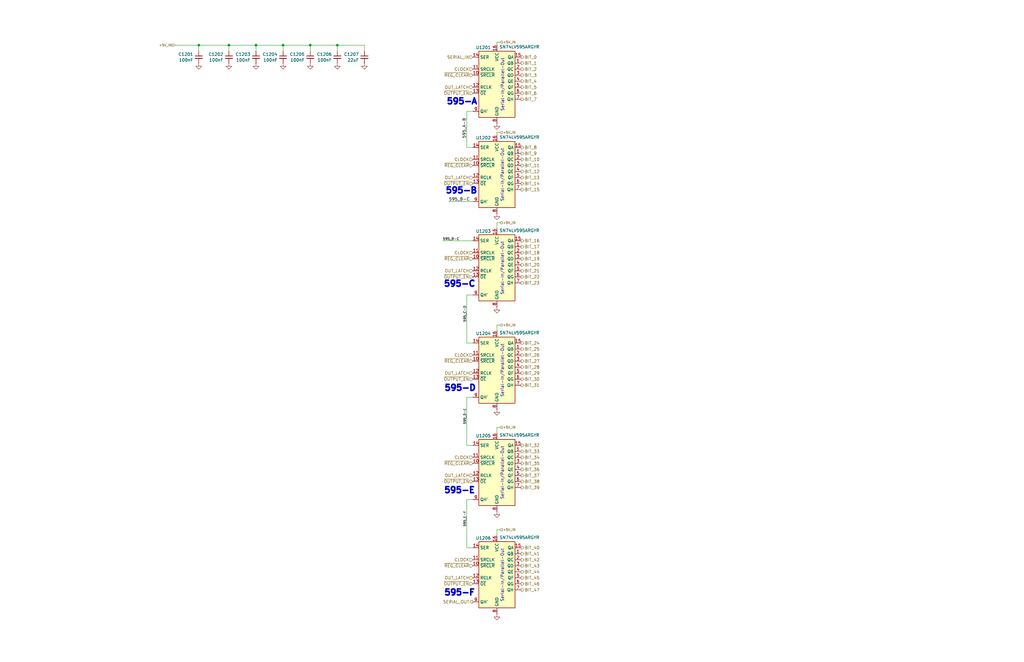
<source format=kicad_sch>
(kicad_sch (version 20250114) (generator "eeschema") (generator_version "9.0")
  (paper "B")
  (title_block (title "Kenwood Handset Switcher - SIPOs") (date "2025-07-11") (rev "A") (company "Thomas Francois - KX∅STL"))
  (lib_symbols
    (symbol "74HC595_1"
      (property "Reference" "U110" (at -1.27 16.51 0))
      (property "Value" "SN74LV595ARGYR" (at -1.27 14.0857 0))
      (symbol "74HC595_1_1_0"
        (pin input line (at -10.16 10.16 0) (length 2.54) (name "SER") (number "14"))
        (pin input line (at -10.16 5.08 0) (length 2.54) (name "SRCLK") (number "11"))
        (pin input line (at -10.16 2.54 0) (length 2.54) (name "~{SRCLR}") (number "10"))
        (pin input line (at -10.16 -2.54 0) (length 2.54) (name "RCLK") (number "12"))
        (pin input line (at -10.16 -5.08 0) (length 2.54) (name "~{OE}") (number "13"))
        (pin output line (at -10.16 -12.7 0) (length 2.54) (name "QH'") (number "9"))
        (pin power_in line (at 0 15.24 270) (length 2.54) (name "VCC") (number "16"))
        (pin power_in line (at 0 -17.78 90) (length 2.54) (name "GND") (number "8"))
        (pin tri_state line (at 10.16 10.16 180) (length 2.54) (name "QA") (number "15"))
        (pin tri_state line (at 10.16 7.62 180) (length 2.54) (name "QB") (number "1"))
        (pin tri_state line (at 10.16 5.08 180) (length 2.54) (name "QC") (number "2"))
        (pin tri_state line (at 10.16 2.54 180) (length 2.54) (name "QD") (number "3"))
        (pin tri_state line (at 10.16 0 180) (length 2.54) (name "QE") (number "4"))
        (pin tri_state line (at 10.16 -2.54 180) (length 2.54) (name "QF") (number "5"))
        (pin tri_state line (at 10.16 -5.08 180) (length 2.54) (name "QG") (number "6"))
        (pin tri_state line (at 10.16 -7.62 180) (length 2.54) (name "QH") (number "7"))
      )
      (symbol "74HC595_1_1_1"
        (rectangle (start -7.62 12.7) (end 7.62 -15.24) (stroke (width 0.254)) (fill (type background)))
      )
    )
    (symbol "Device:C_Small" (pin_numbers (hide yes)) (pin_names (offset 0.254) (hide yes))
      (property "Reference" "C" (at 0.254 1.778 0))
      (property "Value" "C_Small" (at 0.254 -2.032 0))
      (symbol "C_Small_0_1"
        (polyline (pts (xy -1.524 0.508) (xy 1.524 0.508)) (stroke (width 0.3048)))
        (polyline (pts (xy -1.524 -0.508) (xy 1.524 -0.508)) (stroke (width 0.3302)))
      )
      (symbol "C_Small_1_1"
        (pin passive line (at 0 2.54 270) (length 2.032) (name "~") (number "1"))
        (pin passive line (at 0 -2.54 90) (length 2.032) (name "~") (number "2"))
      )
    )
    (symbol "power:GND" (power) (pin_numbers (hide yes)) (pin_names (offset 0) (hide yes))
      (property "Value" "GND" (at 0 -3.81 0))
      (symbol "GND_0_1"
        (polyline (pts (xy 0 0) (xy 0 -1.27) (xy 1.27 -1.27) (xy 0 -2.54) (xy -1.27 -1.27) (xy 0 -1.27)))
      )
      (symbol "GND_1_1"
        (pin power_in line (at 0 0 270) (length 0) (name "~") (number "1"))
      )
    )
  )
  (text "595-F" (at 193.802 250.19 0) (effects (font (size 2.54 2.54) (thickness 1.016) (bold yes))))
  (text "595-D" (at 194.056 163.83 0) (effects (font (size 2.54 2.54) (thickness 1.016) (bold yes))))
  (text "595-E" (at 193.802 207.01 0) (effects (font (size 2.54 2.54) (thickness 1.016) (bold yes))))
  (text "Serial-In/Parallel-Out" (at 211.836 113.284 90) (effects (font (size 1.27 1.27))))
  (text "595-B" (at 194.564 80.518 0) (effects (font (size 2.54 2.54) (thickness 1.016) (bold yes))))
  (text "595-A" (at 194.818 42.926 0) (effects (font (size 2.54 2.54) (thickness 1.016) (bold yes))))
  (text "Serial-In/Parallel-Out" (at 211.836 199.644 90) (effects (font (size 1.27 1.27))))
  (text "Serial-In/Parallel-Out" (at 211.836 242.824 90) (effects (font (size 1.27 1.27))))
  (text "Serial-In/Parallel-Out" (at 211.836 156.464 90) (effects (font (size 1.27 1.27))))
  (text "Serial-In/Parallel-Out" (at 211.836 73.914 90) (effects (font (size 1.27 1.27))))
  (text "595-C" (at 193.802 119.888 0) (effects (font (size 2.54 2.54) (thickness 1.016) (bold yes))))
  (text "Serial-In/Parallel-Out" (at 211.9383 35.814 90) (effects (font (size 1.27 1.27))))
  (junction (at 83.82 19.05))
  (junction (at 107.95 19.05))
  (junction (at 130.81 19.05))
  (junction (at 142.24 19.05))
  (junction (at 96.52 19.05))
  (junction (at 119.38 19.05))
  (wire (pts (xy 130.81 19.05) (xy 130.81 21.59)))
  (wire (pts (xy 83.82 21.59) (xy 83.82 19.05)))
  (wire (pts (xy 199.39 85.09) (xy 189.23 85.09)))
  (wire (pts (xy 196.85 231.14) (xy 199.39 231.14)))
  (wire (pts (xy 209.55 223.52) (xy 209.55 226.06)))
  (wire (pts (xy 209.55 137.16) (xy 210.82 137.16)))
  (wire (pts (xy 73.66 19.05) (xy 83.82 19.05)))
  (wire (pts (xy 199.39 101.6) (xy 186.69 101.6)))
  (wire (pts (xy 196.85 124.46) (xy 196.85 144.78)))
  (wire (pts (xy 209.55 17.78) (xy 210.82 17.78)))
  (wire (pts (xy 209.55 93.98) (xy 209.55 96.52)))
  (wire (pts (xy 199.39 124.46) (xy 196.85 124.46)))
  (wire (pts (xy 196.85 210.82) (xy 196.85 231.14)))
  (wire (pts (xy 130.81 19.05) (xy 142.24 19.05)))
  (wire (pts (xy 209.55 17.78) (xy 209.55 19.05)))
  (wire (pts (xy 119.38 21.59) (xy 119.38 19.05)))
  (wire (pts (xy 199.39 62.23) (xy 196.85 62.23)))
  (wire (pts (xy 199.39 210.82) (xy 196.85 210.82)))
  (wire (pts (xy 196.85 46.99) (xy 199.39 46.99)))
  (wire (pts (xy 96.52 19.05) (xy 96.52 21.59)))
  (wire (pts (xy 107.95 19.05) (xy 107.95 21.59)))
  (wire (pts (xy 196.85 167.64) (xy 196.85 187.96)))
  (wire (pts (xy 209.55 180.34) (xy 209.55 182.88)))
  (wire (pts (xy 196.85 62.23) (xy 196.85 46.99)))
  (wire (pts (xy 96.52 19.05) (xy 107.95 19.05)))
  (wire (pts (xy 209.55 137.16) (xy 209.55 139.7)))
  (wire (pts (xy 142.24 19.05) (xy 142.24 21.59)))
  (wire (pts (xy 142.24 19.05) (xy 153.67 19.05)))
  (wire (pts (xy 210.82 223.52) (xy 209.55 223.52)))
  (wire (pts (xy 210.82 93.98) (xy 209.55 93.98)))
  (wire (pts (xy 199.39 167.64) (xy 196.85 167.64)))
  (wire (pts (xy 107.95 19.05) (xy 119.38 19.05)))
  (wire (pts (xy 83.82 19.05) (xy 96.52 19.05)))
  (wire (pts (xy 210.82 180.34) (xy 209.55 180.34)))
  (wire (pts (xy 196.85 187.96) (xy 199.39 187.96)))
  (wire (pts (xy 196.85 144.78) (xy 199.39 144.78)))
  (wire (pts (xy 119.38 19.05) (xy 130.81 19.05)))
  (wire (pts (xy 210.82 55.88) (xy 209.55 55.88)))
  (wire (pts (xy 153.67 19.05) (xy 153.67 21.59)))
  (wire (pts (xy 209.55 55.88) (xy 209.55 57.15)))
  (label "595_D-E" (at 196.85 179.07 90) (effects (font (size 0.9906 0.9906))))
  (label "595_E-F" (at 196.85 222.25 90) (effects (font (size 0.9906 0.9906))))
  (label "595_A-B" (at 196.85 58.42 90))
  (label "595_C-D" (at 196.85 135.89 90) (effects (font (size 0.9906 0.9906))))
  (label "595_B-C" (at 189.23 85.09 0))
  (label "595_B-C" (at 186.69 101.6 0) (effects (font (size 0.9906 0.9906))))
  (hierarchical_label "~{REG_CLEAR}" (shape input) (at 199.39 152.4 180))
  (hierarchical_label "+5V_IN" (shape input) (at 210.82 223.52 0) (effects (font (size 1 1))))
  (hierarchical_label "BIT_36" (shape output) (at 219.71 198.12 0))
  (hierarchical_label "BIT_32" (shape output) (at 219.71 187.96 0))
  (hierarchical_label "BIT_24" (shape output) (at 219.71 144.78 0))
  (hierarchical_label "BIT_25" (shape output) (at 219.71 147.32 0))
  (hierarchical_label "BIT_21" (shape output) (at 219.71 114.3 0))
  (hierarchical_label "BIT_38" (shape output) (at 219.71 203.2 0))
  (hierarchical_label "~{REG_CLEAR}" (shape input) (at 199.39 109.22 180))
  (hierarchical_label "BIT_39" (shape output) (at 219.71 205.74 0))
  (hierarchical_label "~{OUTPUT_EN}" (shape input) (at 199.39 116.84 180))
  (hierarchical_label "CLOCK" (shape input) (at 199.39 149.86 180))
  (hierarchical_label "BIT_17" (shape output) (at 219.71 104.14 0))
  (hierarchical_label "BIT_43" (shape output) (at 219.71 238.76 0))
  (hierarchical_label "~{REG_CLEAR}" (shape input) (at 199.39 69.85 180))
  (hierarchical_label "BIT_37" (shape output) (at 219.71 200.66 0))
  (hierarchical_label "BIT_0" (shape output) (at 219.71 24.13 0))
  (hierarchical_label "BIT_27" (shape output) (at 219.71 152.4 0))
  (hierarchical_label "~{OUTPUT_EN}" (shape input) (at 199.39 160.02 180))
  (hierarchical_label "BIT_20" (shape output) (at 219.71 111.76 0))
  (hierarchical_label "BIT_8" (shape output) (at 219.71 62.23 0))
  (hierarchical_label "BIT_2" (shape output) (at 219.71 29.21 0))
  (hierarchical_label "+5V_IN" (shape input) (at 210.82 180.34 0) (effects (font (size 1 1))))
  (hierarchical_label "+5V_IN" (shape input) (at 73.66 19.05 180) (effects (font (size 1 1))))
  (hierarchical_label "BIT_18" (shape output) (at 219.71 106.68 0))
  (hierarchical_label "OUT_LATCH" (shape input) (at 199.39 157.48 180))
  (hierarchical_label "CLOCK" (shape input) (at 199.39 29.21 180))
  (hierarchical_label "BIT_28" (shape output) (at 219.71 154.94 0))
  (hierarchical_label "BIT_13" (shape output) (at 219.71 74.93 0))
  (hierarchical_label "~{OUTPUT_EN}" (shape input) (at 199.39 39.37 180))
  (hierarchical_label "CLOCK" (shape input) (at 199.39 67.31 180))
  (hierarchical_label "SERIAL_IN" (shape input) (at 199.39 24.13 180))
  (hierarchical_label "+5V_IN" (shape input) (at 210.82 55.88 0) (effects (font (size 1 1))))
  (hierarchical_label "BIT_42" (shape output) (at 219.71 236.22 0))
  (hierarchical_label "BIT_23" (shape output) (at 219.71 119.38 0))
  (hierarchical_label "BIT_45" (shape output) (at 219.71 243.84 0))
  (hierarchical_label "+5V_IN" (shape input) (at 210.82 137.16 0) (effects (font (size 1 1))))
  (hierarchical_label "BIT_35" (shape output) (at 219.71 195.58 0))
  (hierarchical_label "+5V_IN" (shape input) (at 210.82 17.78 0) (effects (font (size 1 1))))
  (hierarchical_label "BIT_44" (shape output) (at 219.71 241.3 0))
  (hierarchical_label "OUT_LATCH" (shape input) (at 199.39 200.66 180))
  (hierarchical_label "BIT_3" (shape output) (at 219.71 31.75 0))
  (hierarchical_label "BIT_7" (shape output) (at 219.71 41.91 0))
  (hierarchical_label "CLOCK" (shape input) (at 199.39 236.22 180))
  (hierarchical_label "OUT_LATCH" (shape input) (at 199.39 243.84 180))
  (hierarchical_label "BIT_16" (shape output) (at 219.71 101.6 0))
  (hierarchical_label "BIT_47" (shape output) (at 219.71 248.92 0))
  (hierarchical_label "SERIAL_OUT" (shape output) (at 199.39 254 180))
  (hierarchical_label "BIT_5" (shape output) (at 219.71 36.83 0))
  (hierarchical_label "~{REG_CLEAR}" (shape input) (at 199.39 238.76 180))
  (hierarchical_label "BIT_40" (shape output) (at 219.71 231.14 0))
  (hierarchical_label "BIT_26" (shape output) (at 219.71 149.86 0))
  (hierarchical_label "+5V_IN" (shape input) (at 210.82 93.98 0) (effects (font (size 1 1))))
  (hierarchical_label "BIT_11" (shape output) (at 219.71 69.85 0))
  (hierarchical_label "CLOCK" (shape input) (at 199.39 193.04 180))
  (hierarchical_label "BIT_30" (shape output) (at 219.71 160.02 0))
  (hierarchical_label "BIT_22" (shape output) (at 219.71 116.84 0))
  (hierarchical_label "BIT_10" (shape output) (at 219.71 67.31 0))
  (hierarchical_label "OUT_LATCH" (shape input) (at 199.39 114.3 180))
  (hierarchical_label "BIT_6" (shape output) (at 219.71 39.37 0))
  (hierarchical_label "~{REG_CLEAR}" (shape input) (at 199.39 31.75 180))
  (hierarchical_label "BIT_34" (shape output) (at 219.71 193.04 0))
  (hierarchical_label "BIT_12" (shape output) (at 219.71 72.39 0))
  (hierarchical_label "BIT_31" (shape output) (at 219.71 162.56 0))
  (hierarchical_label "OUT_LATCH" (shape input) (at 199.39 36.83 180))
  (hierarchical_label "~{REG_CLEAR}" (shape input) (at 199.39 195.58 180))
  (hierarchical_label "BIT_15" (shape output) (at 219.71 80.01 0))
  (hierarchical_label "BIT_14" (shape output) (at 219.71 77.47 0))
  (hierarchical_label "~{OUTPUT_EN}" (shape input) (at 199.39 203.2 180))
  (hierarchical_label "OUT_LATCH" (shape input) (at 199.39 74.93 180))
  (hierarchical_label "BIT_46" (shape output) (at 219.71 246.38 0))
  (hierarchical_label "CLOCK" (shape input) (at 199.39 106.68 180))
  (hierarchical_label "BIT_33" (shape output) (at 219.71 190.5 0))
  (hierarchical_label "BIT_4" (shape output) (at 219.71 34.29 0))
  (hierarchical_label "~{OUTPUT_EN}" (shape input) (at 199.39 77.47 180))
  (hierarchical_label "BIT_1" (shape output) (at 219.71 26.67 0))
  (hierarchical_label "~{OUTPUT_EN}" (shape input) (at 199.39 246.38 180))
  (hierarchical_label "BIT_41" (shape output) (at 219.71 233.68 0))
  (hierarchical_label "BIT_29" (shape output) (at 219.71 157.48 0))
  (hierarchical_label "BIT_19" (shape output) (at 219.71 109.22 0))
  (hierarchical_label "BIT_9" (shape output) (at 219.71 64.77 0))
  (symbol (lib_id "Device:C_Small") (at 130.81 24.13 0) (mirror y) (unit 1)
    (property "Reference" "C1205" (at 128.4859 22.9241 0) (effects (justify left)))
    (property "Value" "100nF" (at 128.4859 25.3484 0) (effects (justify left)))
    (property "Footprint" "Capacitor_SMD:C_0402_1005Metric" (effects (hide yes)))
    (property "Description" "Unpolarized capacitor, small symbol" (effects (hide yes)))
  )
  (symbol (lib_id "power:GND") (at 107.95 26.67 0) (mirror y) (unit 1)
    (property "Reference" "#PWR01203" (effects (hide yes)))
    (property "Value" "GND" (effects (hide yes)))
    (property "Description" "Power symbol creates a global label with name \"GND\" , ground" (effects (hide yes)))
  )
  (symbol (lib_id "power:GND") (at 209.55 259.08 0) (unit 1)
    (property "Reference" "#PWR01213" (effects (hide yes)))
    (property "Value" "GND" (effects (hide yes)))
    (property "Description" "Power symbol creates a global label with name \"GND\" , ground" (effects (hide yes)))
  )
  (symbol (lib_id "power:GND") (at 209.55 52.07 0) (unit 1)
    (property "Reference" "#PWR01208" (effects (hide yes)))
    (property "Value" "GND" (effects (hide yes)))
    (property "Description" "Power symbol creates a global label with name \"GND\" , ground" (effects (hide yes)))
  )
  (symbol (lib_id "Device:C_Small") (at 107.95 24.13 0) (mirror y) (unit 1)
    (property "Reference" "C1203" (at 105.6259 22.9241 0) (effects (justify left)))
    (property "Value" "100nF" (at 105.6259 25.3484 0) (effects (justify left)))
    (property "Footprint" "Capacitor_SMD:C_0402_1005Metric" (effects (hide yes)))
    (property "Description" "Unpolarized capacitor, small symbol" (effects (hide yes)))
  )
  (symbol (lib_id "power:GND") (at 96.52 26.67 0) (mirror y) (unit 1)
    (property "Reference" "#PWR01202" (effects (hide yes)))
    (property "Value" "GND" (effects (hide yes)))
    (property "Description" "Power symbol creates a global label with name \"GND\" , ground" (effects (hide yes)))
  )
  (symbol (lib_id "power:GND") (at 142.24 26.67 0) (mirror y) (unit 1)
    (property "Reference" "#PWR01206" (effects (hide yes)))
    (property "Value" "GND" (effects (hide yes)))
    (property "Description" "Power symbol creates a global label with name \"GND\" , ground" (effects (hide yes)))
  )
  (symbol (lib_id "power:GND") (at 153.67 26.67 0) (unit 1)
    (property "Reference" "#PWR01207" (effects (hide yes)))
    (property "Value" "GND" (effects (hide yes)))
    (property "Description" "Power symbol creates a global label with name \"GND\" , ground" (effects (hide yes)))
  )
  (symbol (lib_id "power:GND") (at 209.55 129.54 0) (unit 1)
    (property "Reference" "#PWR01210" (effects (hide yes)))
    (property "Value" "GND" (effects (hide yes)))
    (property "Description" "Power symbol creates a global label with name \"GND\" , ground" (effects (hide yes)))
  )
  (symbol (lib_id "power:GND") (at 209.55 90.17 0) (unit 1)
    (property "Reference" "#PWR01209" (effects (hide yes)))
    (property "Value" "GND" (effects (hide yes)))
    (property "Description" "Power symbol creates a global label with name \"GND\" , ground" (effects (hide yes)))
  )
  (symbol (lib_id "Device:C_Small") (at 119.38 24.13 0) (mirror y) (unit 1)
    (property "Reference" "C1204" (at 117.0559 22.9241 0) (effects (justify left)))
    (property "Value" "100nF" (at 117.0559 25.3484 0) (effects (justify left)))
    (property "Footprint" "Capacitor_SMD:C_0402_1005Metric" (effects (hide yes)))
    (property "Description" "Unpolarized capacitor, small symbol" (effects (hide yes)))
  )
  (symbol (lib_id "Device:C_Small") (at 142.24 24.13 0) (mirror y) (unit 1)
    (property "Reference" "C1206" (at 139.9159 22.9241 0) (effects (justify left)))
    (property "Value" "100nF" (at 139.9159 25.3484 0) (effects (justify left)))
    (property "Footprint" "Capacitor_SMD:C_0402_1005Metric" (effects (hide yes)))
    (property "Description" "Unpolarized capacitor, small symbol" (effects (hide yes)))
  )
  (symbol (lib_name "74HC595_1") (lib_id "74xx:74HC595") (at 209.55 154.94 0) (unit 1)
    (property "Reference" "U1204" (at 207.01 140.716 0) (effects (justify right)))
    (property "Value" "SN74LV595ARGYR" (at 210.566 140.462 0) (effects (justify left)))
    (property "Footprint" "Libraries:RGY16_2P55X2P05" (effects (hide yes)))
    (property "Datasheet" "https://www.ti.com/lit/ds/symlink/sn74hc595.pdf" (effects (hide yes)))
    (property "Description" "8-bit serial in/out Shift Register 3-State Outputs" (effects (hide yes)))
    (property "DigiKey" "https://www.digikey.com/en/products/detail/texas-instruments/SN74LV595ARGYR/521526" (effects (hide yes)))
  )
  (symbol (lib_name "74HC595_1") (lib_id "74xx:74HC595") (at 209.55 241.3 0) (unit 1)
    (property "Reference" "U1206" (at 207.01 227.076 0) (effects (justify right)))
    (property "Value" "SN74LV595ARGYR" (at 210.566 226.822 0) (effects (justify left)))
    (property "Footprint" "Libraries:RGY16_2P55X2P05" (effects (hide yes)))
    (property "Datasheet" "https://www.ti.com/lit/ds/symlink/sn74hc595.pdf" (effects (hide yes)))
    (property "Description" "8-bit serial in/out Shift Register 3-State Outputs" (effects (hide yes)))
    (property "DigiKey" "https://www.digikey.com/en/products/detail/texas-instruments/SN74LV595ARGYR/521526" (effects (hide yes)))
  )
  (symbol (lib_name "74HC595_1") (lib_id "74xx:74HC595") (at 209.55 72.39 0) (unit 1)
    (property "Reference" "U1202" (at 207.01 58.166 0) (effects (justify right)))
    (property "Value" "SN74LV595ARGYR" (at 210.566 57.912 0) (effects (justify left)))
    (property "Footprint" "Libraries:RGY16_2P55X2P05" (effects (hide yes)))
    (property "Datasheet" "https://www.ti.com/lit/ds/symlink/sn74hc595.pdf" (effects (hide yes)))
    (property "Description" "8-bit serial in/out Shift Register 3-State Outputs" (effects (hide yes)))
    (property "DigiKey" "https://www.digikey.com/en/products/detail/texas-instruments/SN74LV595ARGYR/521526" (effects (hide yes)))
  )
  (symbol (lib_id "power:GND") (at 209.55 215.9 0) (unit 1)
    (property "Reference" "#PWR01212" (effects (hide yes)))
    (property "Value" "GND" (effects (hide yes)))
    (property "Description" "Power symbol creates a global label with name \"GND\" , ground" (effects (hide yes)))
  )
  (symbol (lib_id "power:GND") (at 83.82 26.67 0) (mirror y) (unit 1)
    (property "Reference" "#PWR01201" (effects (hide yes)))
    (property "Value" "GND" (effects (hide yes)))
    (property "Description" "Power symbol creates a global label with name \"GND\" , ground" (effects (hide yes)))
  )
  (symbol (lib_name "74HC595_1") (lib_id "74xx:74HC595") (at 209.55 34.29 0) (unit 1)
    (property "Reference" "U1201" (at 207.01 20.066 0) (effects (justify right)))
    (property "Value" "SN74LV595ARGYR" (at 210.566 19.812 0) (effects (justify left)))
    (property "Footprint" "Libraries:RGY16_2P55X2P05" (effects (hide yes)))
    (property "Datasheet" "https://www.ti.com/lit/ds/symlink/sn74hc595.pdf" (effects (hide yes)))
    (property "Description" "8-bit serial in/out Shift Register 3-State Outputs" (effects (hide yes)))
    (property "DigiKey" "https://www.digikey.com/en/products/detail/texas-instruments/SN74LV595ARGYR/521526" (effects (hide yes)))
  )
  (symbol (lib_name "74HC595_1") (lib_id "74xx:74HC595") (at 209.55 198.12 0) (unit 1)
    (property "Reference" "U1205" (at 207.01 183.896 0) (effects (justify right)))
    (property "Value" "SN74LV595ARGYR" (at 210.566 183.642 0) (effects (justify left)))
    (property "Footprint" "Libraries:RGY16_2P55X2P05" (effects (hide yes)))
    (property "Datasheet" "https://www.ti.com/lit/ds/symlink/sn74hc595.pdf" (effects (hide yes)))
    (property "Description" "8-bit serial in/out Shift Register 3-State Outputs" (effects (hide yes)))
    (property "DigiKey" "https://www.digikey.com/en/products/detail/texas-instruments/SN74LV595ARGYR/521526" (effects (hide yes)))
  )
  (symbol (lib_id "Device:C_Small") (at 83.82 24.13 0) (mirror y) (unit 1)
    (property "Reference" "C1201" (at 81.4959 22.9241 0) (effects (justify left)))
    (property "Value" "100nF" (at 81.4959 25.3484 0) (effects (justify left)))
    (property "Footprint" "Capacitor_SMD:C_0402_1005Metric" (effects (hide yes)))
    (property "Description" "Unpolarized capacitor, small symbol" (effects (hide yes)))
  )
  (symbol (lib_id "power:GND") (at 130.81 26.67 0) (mirror y) (unit 1)
    (property "Reference" "#PWR01205" (effects (hide yes)))
    (property "Value" "GND" (effects (hide yes)))
    (property "Description" "Power symbol creates a global label with name \"GND\" , ground" (effects (hide yes)))
  )
  (symbol (lib_name "74HC595_1") (lib_id "74xx:74HC595") (at 209.55 111.76 0) (unit 1)
    (property "Reference" "U1203" (at 207.01 97.536 0) (effects (justify right)))
    (property "Value" "SN74LV595ARGYR" (at 210.566 97.282 0) (effects (justify left)))
    (property "Footprint" "Libraries:RGY16_2P55X2P05" (effects (hide yes)))
    (property "Datasheet" "https://www.ti.com/lit/ds/symlink/sn74hc595.pdf" (effects (hide yes)))
    (property "Description" "8-bit serial in/out Shift Register 3-State Outputs" (effects (hide yes)))
    (property "DigiKey" "https://www.digikey.com/en/products/detail/texas-instruments/SN74LV595ARGYR/521526" (effects (hide yes)))
  )
  (symbol (lib_id "power:GND") (at 119.38 26.67 0) (mirror y) (unit 1)
    (property "Reference" "#PWR01204" (effects (hide yes)))
    (property "Value" "GND" (effects (hide yes)))
    (property "Description" "Power symbol creates a global label with name \"GND\" , ground" (effects (hide yes)))
  )
  (symbol (lib_id "Device:C_Small") (at 96.52 24.13 0) (mirror y) (unit 1)
    (property "Reference" "C1202" (at 94.1959 22.9241 0) (effects (justify left)))
    (property "Value" "100nF" (at 94.1959 25.3484 0) (effects (justify left)))
    (property "Footprint" "Capacitor_SMD:C_0402_1005Metric" (effects (hide yes)))
    (property "Description" "Unpolarized capacitor, small symbol" (effects (hide yes)))
  )
  (symbol (lib_id "power:GND") (at 209.55 172.72 0) (unit 1)
    (property "Reference" "#PWR01211" (effects (hide yes)))
    (property "Value" "GND" (effects (hide yes)))
    (property "Description" "Power symbol creates a global label with name \"GND\" , ground" (effects (hide yes)))
  )
  (symbol (lib_id "Device:C_Small") (at 153.67 24.13 0) (unit 1)
    (property "Reference" "C1207" (at 151.3459 22.9241 0) (effects (justify right)))
    (property "Value" "22uF" (at 151.3459 25.3484 0) (effects (justify right)))
    (property "Footprint" "Capacitor_SMD:C_0603_1608Metric" (effects (hide yes)))
    (property "Description" "Unpolarized capacitor, small symbol" (effects (hide yes)))
  )
)
</source>
